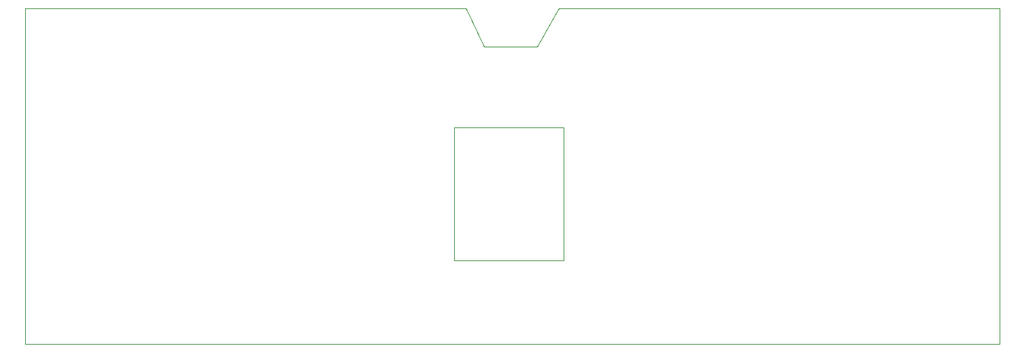
<source format=gbr>
%TF.GenerationSoftware,KiCad,Pcbnew,(5.1.6)-1*%
%TF.CreationDate,2022-02-07T12:47:34-06:00*%
%TF.ProjectId,Pikatea R26 Barebones Macropad,50696b61-7465-4612-9052-323620426172,rev?*%
%TF.SameCoordinates,Original*%
%TF.FileFunction,Profile,NP*%
%FSLAX46Y46*%
G04 Gerber Fmt 4.6, Leading zero omitted, Abs format (unit mm)*
G04 Created by KiCad (PCBNEW (5.1.6)-1) date 2022-02-07 12:47:34*
%MOMM*%
%LPD*%
G01*
G04 APERTURE LIST*
%TA.AperFunction,Profile*%
%ADD10C,0.100000*%
%TD*%
G04 APERTURE END LIST*
D10*
X153100000Y-75400000D02*
X206600000Y-75400000D01*
X144050000Y-80000000D02*
X141850000Y-75400000D01*
X150500000Y-80000000D02*
X144050000Y-80000000D01*
X153100000Y-75400000D02*
X150500000Y-80000000D01*
X141850000Y-75400000D02*
X88300000Y-75400000D01*
X206600000Y-116200000D02*
X206600000Y-75400000D01*
X88300000Y-116200000D02*
X206600000Y-116200000D01*
X88300000Y-75400000D02*
X88300000Y-116200000D01*
X153732700Y-89850000D02*
X153732700Y-106000000D01*
X140400000Y-89850000D02*
X153732700Y-89850000D01*
X140400000Y-106000000D02*
X140400000Y-89850000D01*
X153732700Y-106000000D02*
X140400000Y-106000000D01*
M02*

</source>
